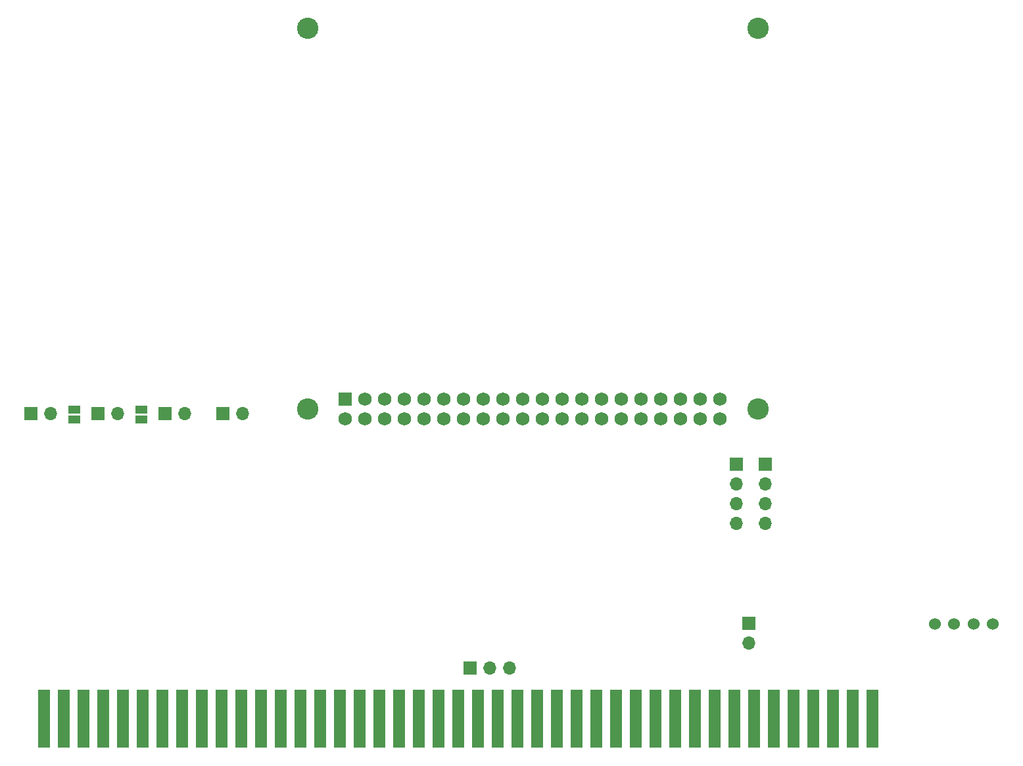
<source format=gbr>
%TF.GenerationSoftware,KiCad,Pcbnew,8.0.1*%
%TF.CreationDate,2024-05-25T23:06:58+03:00*%
%TF.ProjectId,PiStorm2k_v2.1,50695374-6f72-46d3-926b-5f76322e312e,rev?*%
%TF.SameCoordinates,Original*%
%TF.FileFunction,Soldermask,Bot*%
%TF.FilePolarity,Negative*%
%FSLAX46Y46*%
G04 Gerber Fmt 4.6, Leading zero omitted, Abs format (unit mm)*
G04 Created by KiCad (PCBNEW 8.0.1) date 2024-05-25 23:06:58*
%MOMM*%
%LPD*%
G01*
G04 APERTURE LIST*
%ADD10R,1.700000X1.700000*%
%ADD11O,1.700000X1.700000*%
%ADD12R,1.600000X7.540000*%
%ADD13R,1.600000X7.539998*%
%ADD14R,1.600000X7.539996*%
%ADD15R,1.599998X7.539998*%
%ADD16R,1.599994X7.539994*%
%ADD17R,1.599996X7.539996*%
%ADD18C,1.524000*%
%ADD19R,1.500000X1.000000*%
%ADD20C,2.750000*%
%ADD21R,1.750000X1.750000*%
%ADD22C,1.750000*%
G04 APERTURE END LIST*
D10*
%TO.C,IPL2-0*%
X138620000Y-127520000D03*
D11*
X141160000Y-127520000D03*
X143700000Y-127520000D03*
%TD*%
D10*
%TO.C,PWR*%
X176630000Y-101290000D03*
D11*
X176630000Y-103830000D03*
X176630000Y-106370000D03*
X176630000Y-108910000D03*
%TD*%
D10*
%TO.C,JTAG*%
X172930000Y-101310000D03*
D11*
X172930000Y-103850000D03*
X172930000Y-106390000D03*
X172930000Y-108930000D03*
%TD*%
D10*
%TO.C,H2*%
X90750000Y-94730000D03*
D11*
X93290000Y-94730000D03*
%TD*%
D10*
%TO.C,H4*%
X106800000Y-94720000D03*
D11*
X109340000Y-94720000D03*
%TD*%
D12*
%TO.C,Zorro II / A(B) Co-Processor*%
X190500000Y-134010001D03*
X187960000Y-134010001D03*
X185420000Y-134010001D03*
D13*
X182880000Y-134010000D03*
D12*
X180340000Y-134010001D03*
X177800000Y-134010001D03*
X175260000Y-134010001D03*
X172720000Y-134010001D03*
D13*
X170180000Y-134010000D03*
D14*
X167640000Y-134009999D03*
D12*
X165100000Y-134010001D03*
X162560000Y-134010001D03*
X160020000Y-134010001D03*
X157480000Y-134010001D03*
X154940000Y-134010001D03*
X152400000Y-134010001D03*
X149860000Y-134010001D03*
D13*
X147320000Y-134010000D03*
D12*
X144780000Y-134010001D03*
X142240000Y-134010001D03*
X139700000Y-134010001D03*
X137160000Y-134010001D03*
X134620000Y-134010001D03*
X132080000Y-134010001D03*
X129540000Y-134010001D03*
X127000000Y-134010001D03*
D15*
X124460001Y-134010000D03*
D12*
X121920000Y-134010001D03*
X119380000Y-134010001D03*
X116840000Y-134010001D03*
X114300000Y-134010001D03*
X111760000Y-134010001D03*
D15*
X109220001Y-134010000D03*
D16*
X106680003Y-134009998D03*
D12*
X104140000Y-134010001D03*
X101600000Y-134010001D03*
X99060000Y-134010001D03*
D17*
X96520002Y-134009999D03*
D15*
X93980001Y-134010000D03*
D12*
X91440000Y-134010001D03*
X88900000Y-134010001D03*
X86360000Y-134010001D03*
X83820000Y-134010001D03*
%TD*%
D10*
%TO.C,H3*%
X99400000Y-94730000D03*
D11*
X101940000Y-94730000D03*
%TD*%
D18*
%TO.C,J1*%
X205968290Y-121812040D03*
X203468290Y-121812040D03*
X200968290Y-121812040D03*
X198468290Y-121812040D03*
%TD*%
D10*
%TO.C,BJ*%
X174590000Y-121770000D03*
D11*
X174590000Y-124310000D03*
%TD*%
D10*
%TO.C,H1*%
X82100000Y-94730000D03*
D11*
X84640000Y-94730000D03*
%TD*%
D19*
%TO.C,SJ2*%
X96350000Y-95530000D03*
X96350000Y-94230000D03*
%TD*%
D20*
%TO.C,RPi*%
X117728290Y-45172040D03*
X117728290Y-94172040D03*
X175728290Y-45172040D03*
X175728290Y-94172040D03*
D21*
X122598290Y-92902040D03*
D22*
X122598290Y-95442040D03*
X125138290Y-92902040D03*
X125138290Y-95442040D03*
X127678290Y-92902040D03*
X127678290Y-95442040D03*
X130218290Y-92902040D03*
X130218290Y-95442040D03*
X132758290Y-92902040D03*
X132758290Y-95442040D03*
X135298290Y-92902040D03*
X135298290Y-95442040D03*
X137838290Y-92902040D03*
X137838290Y-95442040D03*
X140378290Y-92902040D03*
X140378290Y-95442040D03*
X142918290Y-92902040D03*
X142918290Y-95442040D03*
X145458290Y-92902040D03*
X145458290Y-95442040D03*
X147998290Y-92902040D03*
X147998290Y-95442040D03*
X150538290Y-92902040D03*
X150538290Y-95442040D03*
X153078290Y-92902040D03*
X153078290Y-95442040D03*
X155618290Y-92902040D03*
X155618290Y-95442040D03*
X158158290Y-92902040D03*
X158158290Y-95442040D03*
X160698290Y-92902040D03*
X160698290Y-95442040D03*
X163238290Y-92902040D03*
X163238290Y-95442040D03*
X165778290Y-92902040D03*
X165778290Y-95442040D03*
X168318290Y-92902040D03*
X168318290Y-95442040D03*
X170858290Y-92902040D03*
X170858290Y-95442040D03*
%TD*%
D19*
%TO.C,SJ1*%
X87700000Y-95530000D03*
X87700000Y-94230000D03*
%TD*%
M02*

</source>
